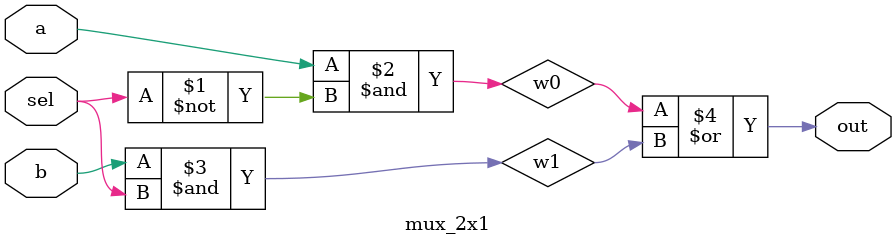
<source format=v>

module mux_2x1(a, b, sel, out);
	input a, b, sel;

	output out;

	wire w0, w1;

	and and0(w0, a, ~sel);
	and and1(w1, b, sel);

	or or0(out, w0, w1);
	
endmodule
</source>
